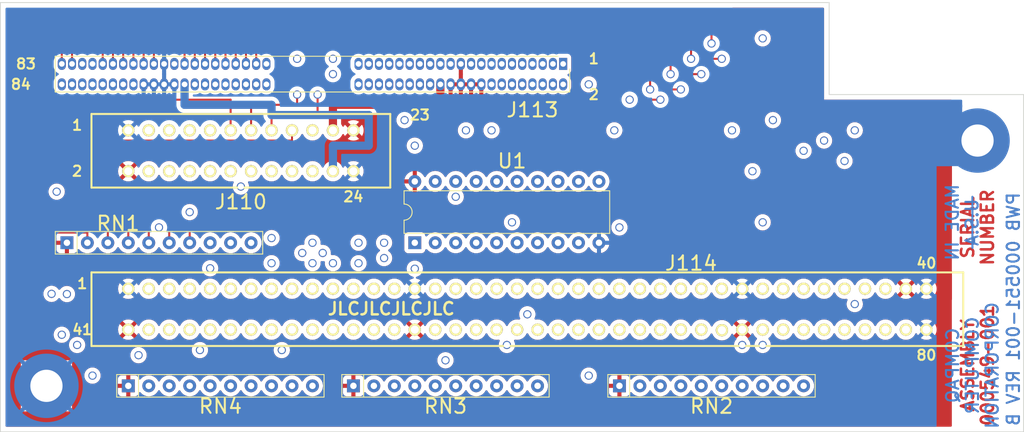
<source format=kicad_pcb>
(kicad_pcb (version 20211014) (generator pcbnew)
  (layers (0 "F.Cu" power "Front") (1 "In1.Cu" signal) (2 "In2.Cu" signal) (31 "B.Cu" power "Back") (34 "B.Paste" user) (35 "F.Paste" user) (36 "B.SilkS" user "B.Silkscreen") (37 "F.SilkS" user "F.Silkscreen") (38 "B.Mask" user) (39 "F.Mask" user) (44 "Edge.Cuts" user))
  (net 0 "")
  (net 2 "/IOW")
  (net 3 "/IOR")
  (net 4 "/MR")
  (net 5 "/MA0")
  (net 6 "/MA2")
  (net 7 "/MA4")
  (net 8 "/MA6")
  (net 9 "/MA8")
  (net 11 "/MA1")
  (net 12 "/MA3")
  (net 13 "/MA5")
  (net 14 "/MA7")
  (net 15 "/BA12")
  (net 21 "/11j113-21j114")
  (net 22 "/5j113-35j114")
  (net 23 "/31j113-34j114")
  (net 24 "/7j113-58j114")
  (net 25 "GND")
  (net 26 "+5V")
  (net 27 "/46j113-4j114")
  (net 28 "/50j113-17j114")
  (net 29 "/48j113-18j114")
  (net 30 "/84j113-56j114")
  (net 31 "/MEMODD-DP")
  (net 32 "/MEMODD-QP")
  (net 33 "/LA22")
  (net 34 "/LA18")
  (net 35 "/A16")
  (net 36 "/A14")
  (net 37 "/A10")
  (net 38 "/52j113-16j114")
  (net 39 "/56j113-19j114")
  (net 40 "/LA20")
  (net 42 "/LA23")
  (net 43 "/MEMEVEN-DP")
  (net 44 "/MEMEVEN-QP")
  (net 45 "+12V")
  (net 46 "-12V")
  (net 47 "/IO")
  (net 48 "/REFRESH")
  (net 49 "/IO_READY")
  (net 50 "/DB0")
  (net 51 "/DB7")
  (net 52 "/DB2")
  (net 53 "/DB5")
  (net 54 "/DB4")
  (net 55 "/DB3")
  (net 56 "/DB6")
  (net 57 "/DB1")
  (net 58 "/MODEM_CS")
  (net 59 "/MODEM_IRQ")
  (net 60 "/MODEM-DB0")
  (net 61 "/MODEM-DB1")
  (net 62 "/MODEM-DB2")
  (net 63 "/MODEM-DB3")
  (net 64 "/MODEM-DB4")
  (net 65 "/MODEM-DB5")
  (net 66 "/MODEM-DB6")
  (net 67 "/MODEM-DB7")
  (net 68 "/LA21")
  (net 69 "/LA17")
  (net 70 "/Speaker")
  (net 71 "/BA00")
  (net 72 "/BA01")
  (net 73 "/BA02")
  (net 74 "/D8")
  (net 75 "/D10")
  (net 76 "/D12")
  (net 77 "/D14")
  (net 78 "/D9")
  (net 79 "/D11")
  (net 80 "/D13")
  (net 81 "/D15")
  (net 82 "/A15")
  (net 83 "/BA13")
  (net 84 "/ALE")
  (net 85 "/58j113-57j114")
  (net 86 "/54j113-59j114")
  (net 87 "/LA19")
  (net 88 "/SBHE")
  (net 89 "/BA11")
  (net 90 "/44j113-?")
  (net 91 "/16j113-?")
  (net 92 "/A2")
  (footprint "Resistor_THT:R_Array_SIP10" (layer "F.Cu") (at 93.98 102.235)
    (fp_text reference "RN1" (at 6.35 -2.4) (layer "F.SilkS") (effects (font (size 1.778 1.778) (thickness 0.254))))
    (fp_text value "8.2k")
    (pad "1" thru_hole rect locked (at 0 0) (size 1.6 1.6) (drill 0.8) (layers *.Cu *.Mask) (net 26 "+5V"))
    (pad "2" thru_hole oval locked (at 2.54 0) (size 1.6 1.6) (drill 0.8) (layers *.Cu *.Mask) (net 92 "/A2"))
    (pad "3" thru_hole oval locked (at 5.08 0) (size 1.6 1.6) (drill 0.8) (layers *.Cu *.Mask) (net 42 "/LA23"))
    (pad "4" thru_hole oval locked (at 7.62 0) (size 1.6 1.6) (drill 0.8) (layers *.Cu *.Mask) (net 33 "/LA22"))
    (pad "5" thru_hole oval locked (at 10.16 0) (size 1.6 1.6) (drill 0.8) (layers *.Cu *.Mask) (net 68 "/LA21"))
    (pad "6" thru_hole oval locked (at 12.7 0) (size 1.6 1.6) (drill 0.8) (layers *.Cu *.Mask) (net 40 "/LA20"))
    (pad "7" thru_hole oval locked (at 15.24 0) (size 1.6 1.6) (drill 0.8) (layers *.Cu *.Mask) (net 87 "/LA19"))
    (pad "8" thru_hole oval locked (at 17.78 0) (size 1.6 1.6) (drill 0.8) (layers *.Cu *.Mask) (net 72 "/BA01"))
    (pad "9" thru_hole oval locked (at 20.32 0) (size 1.6 1.6) (drill 0.8) (layers *.Cu *.Mask) (net 73 "/BA02"))
    (pad "10" thru_hole oval locked (at 22.86 0) (size 1.6 1.6) (drill 0.8) (layers *.Cu *.Mask))
  )
  (footprint "raysstuff:5530843-1_oddeven" (layer "F.Cu") (at 115.57 90.805)
    (fp_text reference "J110" (at 0 6.35) (layer "F.SilkS") (effects (font (size 1.778 1.778) (thickness 0.254))))
    (fp_text value "Conn_02x12_Top_Bottom" hide)
    (pad "1" thru_hole circle (at -13.97 -2.54 180) (size 1.524 1.524) (drill 1.016) (layers *.Cu *.Mask "F.SilkS") (net 25 "GND"))
    (pad "2" thru_hole circle (at -13.97 2.54 180) (size 1.524 1.524) (drill 1.016) (layers *.Cu *.Mask "F.SilkS") (net 26 "+5V"))
    (pad "3" thru_hole circle (at -11.43 -2.54 180) (size 1.524 1.524) (drill 1.016) (layers *.Cu *.Mask "F.SilkS") (net 60 "/MODEM-DB0"))
    (pad "4" thru_hole circle (at -11.43 2.54 180) (size 1.524 1.524) (drill 1.016) (layers *.Cu *.Mask "F.SilkS") (net 61 "/MODEM-DB1"))
    (pad "5" thru_hole circle (at -8.89 -2.54 180) (size 1.524 1.524) (drill 1.016) (layers *.Cu *.Mask "F.SilkS") (net 62 "/MODEM-DB2"))
    (pad "6" thru_hole circle (at -8.89 2.54 180) (size 1.524 1.524) (drill 1.016) (layers *.Cu *.Mask "F.SilkS") (net 63 "/MODEM-DB3"))
    (pad "7" thru_hole circle (at -6.35 -2.54 180) (size 1.524 1.524) (drill 1.016) (layers *.Cu *.Mask "F.SilkS") (net 64 "/MODEM-DB4"))
    (pad "8" thru_hole circle (at -6.35 2.54 180) (size 1.524 1.524) (drill 1.016) (layers *.Cu *.Mask "F.SilkS") (net 65 "/MODEM-DB5"))
    (pad "9" thru_hole circle (at -3.81 -2.54 180) (size 1.524 1.524) (drill 1.016) (layers *.Cu *.Mask "F.SilkS") (net 66 "/MODEM-DB6"))
    (pad "10" thru_hole circle (at -3.81 2.54 180) (size 1.524 1.524) (drill 1.016) (layers *.Cu *.Mask "F.SilkS") (net 67 "/MODEM-DB7"))
    (pad "11" thru_hole circle (at -1.27 -2.54 180) (size 1.524 1.524) (drill 1.016) (layers *.Cu *.Mask "F.SilkS") (net 58 "/MODEM_CS"))
    (pad "12" thru_hole circle (at -1.27 2.54 180) (size 1.524 1.524) (drill 1.016) (layers *.Cu *.Mask "F.SilkS") (net 59 "/MODEM_IRQ"))
    (pad "13" thru_hole circle (at 1.27 -2.54 180) (size 1.524 1.524) (drill 1.016) (layers *.Cu *.Mask "F.SilkS") (net 2 "/IOW"))
    (pad "14" thru_hole circle (at 1.27 2.54 180) (size 1.524 1.524) (drill 1.016) (layers *.Cu *.Mask "F.SilkS") (net 3 "/IOR"))
    (pad "15" thru_hole circle (at 3.81 -2.54 180) (size 1.524 1.524) (drill 1.016) (layers *.Cu *.Mask "F.SilkS") (net 4 "/MR"))
    (pad "16" thru_hole circle (at 3.81 2.54 180) (size 1.524 1.524) (drill 1.016) (layers *.Cu *.Mask "F.SilkS") (net 70 "/Speaker"))
    (pad "17" thru_hole circle (at 6.35 -2.54 180) (size 1.524 1.524) (drill 1.016) (layers *.Cu *.Mask "F.SilkS") (net 71 "/BA00"))
    (pad "18" thru_hole circle (at 6.35 2.54 180) (size 1.524 1.524) (drill 1.016) (layers *.Cu *.Mask "F.SilkS") (net 72 "/BA01"))
    (pad "19" thru_hole circle (at 8.89 -2.54 180) (size 1.524 1.524) (drill 1.016) (layers *.Cu *.Mask "F.SilkS") (net 73 "/BA02"))
    (pad "20" thru_hole circle (at 8.89 2.54 180) (size 1.524 1.524) (drill 1.016) (layers *.Cu *.Mask "F.SilkS"))
    (pad "21" thru_hole circle (at 11.43 -2.54 180) (size 1.524 1.524) (drill 1.016) (layers *.Cu *.Mask "F.SilkS") (net 45 "+12V"))
    (pad "22" thru_hole circle (at 11.43 2.54 180) (size 1.524 1.524) (drill 1.016) (layers *.Cu *.Mask "F.SilkS") (net 46 "-12V"))
    (pad "23" thru_hole circle (at 13.97 -2.54 180) (size 1.524 1.524) (drill 1.016) (layers *.Cu *.Mask "F.SilkS") (net 26 "+5V"))
    (pad "24" thru_hole circle (at 13.97 2.54 180) (size 1.524 1.524) (drill 1.016) (layers *.Cu *.Mask "F.SilkS") (net 25 "GND"))
  )
  (footprint "raysstuff:PinSocket_2x42_P1.27mm_Vertical_2.54row" (layer "F.Cu") (at 124.46 81.28 -90)
    (fp_text reference "J113" (at 4.445 -27.305 180) (layer "F.SilkS") (effects (font (size 1.778 1.778) (thickness 0.254))))
    (fp_text value "Conn_02x42_Odd_Even")
    (pad "1" thru_hole rect (at -1.27 -31.115 270) (size 1.5 1) (drill 0.7) (layers *.Cu *.Mask) (net 57 "/DB1"))
    (pad "2" thru_hole oval (at 1.27 -31.115 270) (size 1.5 1) (drill 0.7) (layers *.Cu *.Mask) (net 52 "/DB2"))
    (pad "3" thru_hole oval (at -1.27 -29.845 270) (size 1.5 1) (drill 0.7) (layers *.Cu *.Mask) (net 50 "/DB0"))
    (pad "4" thru_hole oval (at 1.27 -29.845 270) (size 1.5 1) (drill 0.7) (layers *.Cu *.Mask) (net 55 "/DB3"))
    (pad "5" thru_hole oval (at -1.27 -28.575 270) (size 1.5 1) (drill 0.7) (layers *.Cu *.Mask) (net 22 "/5j113-35j114"))
    (pad "6" thru_hole oval (at 1.27 -28.575 270) (size 1.5 1) (drill 0.7) (layers *.Cu *.Mask) (net 54 "/DB4"))
    (pad "7" thru_hole oval (at -1.27 -27.305 270) (size 1.5 1) (drill 0.7) (layers *.Cu *.Mask) (net 24 "/7j113-58j114"))
    (pad "8" thru_hole oval (at 1.27 -27.305 270) (size 1.5 1) (drill 0.7) (layers *.Cu *.Mask) (net 53 "/DB5"))
    (pad "9" thru_hole oval (at -1.27 -26.035 270) (size 1.5 1) (drill 0.7) (layers *.Cu *.Mask) (net 84 "/ALE"))
    (pad "10" thru_hole oval (at 1.27 -26.035 270) (size 1.5 1) (drill 0.7) (layers *.Cu *.Mask) (net 56 "/DB6"))
    (pad "11" thru_hole oval (at -1.27 -24.765 270) (size 1.5 1) (drill 0.7) (layers *.Cu *.Mask) (net 21 "/11j113-21j114"))
    (pad "12" thru_hole oval (at 1.27 -24.765 270) (size 1.5 1) (drill 0.7) (layers *.Cu *.Mask) (net 59 "/MODEM_IRQ"))
    (pad "13" thru_hole oval (at -1.27 -23.495 270) (size 1.5 1) (drill 0.7) (layers *.Cu *.Mask) (net 73 "/BA02"))
    (pad "14" thru_hole oval (at 1.27 -23.495 270) (size 1.5 1) (drill 0.7) (layers *.Cu *.Mask) (net 51 "/DB7"))
    (pad "15" thru_hole oval (at -1.27 -22.225 270) (size 1.5 1) (drill 0.7) (layers *.Cu *.Mask) (net 31 "/MEMODD-DP"))
    (pad "16" thru_hole oval (at 1.27 -22.225 270) (size 1.5 1) (drill 0.7) (layers *.Cu *.Mask) (net 91 "/16j113-?"))
    (pad "17" thru_hole oval (at -1.27 -20.955 270) (size 1.5 1) (drill 0.7) (layers *.Cu *.Mask) (net 32 "/MEMODD-QP"))
    (pad "18" thru_hole oval (at 1.27 -20.955 270) (size 1.5 1) (drill 0.7) (layers *.Cu *.Mask) (net 26 "+5V"))
    (pad "19" thru_hole oval (at -1.27 -19.685 270) (size 1.5 1) (drill 0.7) (layers *.Cu *.Mask) (net 43 "/MEMEVEN-DP"))
    (pad "20" thru_hole oval (at 1.27 -19.685 270) (size 1.5 1) (drill 0.7) (layers *.Cu *.Mask) (net 26 "+5V"))
    (pad "21" thru_hole oval (at -1.27 -18.415 270) (size 1.5 1) (drill 0.7) (layers *.Cu *.Mask) (net 26 "+5V"))
    (pad "22" thru_hole oval (at 1.27 -18.415 270) (size 1.5 1) (drill 0.7) (layers *.Cu *.Mask) (net 26 "+5V"))
    (pad "23" thru_hole oval (at -1.27 -17.145 270) (size 1.5 1) (drill 0.7) (layers *.Cu *.Mask) (net 44 "/MEMEVEN-QP"))
    (pad "24" thru_hole oval (at 1.27 -17.145 270) (size 1.5 1) (drill 0.7) (layers *.Cu *.Mask) (net 26 "+5V"))
    (pad "25" thru_hole oval (at -1.27 -15.875 270) (size 1.5 1) (drill 0.7) (layers *.Cu *.Mask) (net 3 "/IOR"))
    (pad "26" thru_hole oval (at 1.27 -15.875 270) (size 1.5 1) (drill 0.7) (layers *.Cu *.Mask) (net 45 "+12V"))
    (pad "27" thru_hole oval (at -1.27 -14.605 270) (size 1.5 1) (drill 0.7) (layers *.Cu *.Mask) (net 2 "/IOW"))
    (pad "28" thru_hole oval (at 1.27 -14.605 270) (size 1.5 1) (drill 0.7) (layers *.Cu *.Mask) (net 5 "/MA0"))
    (pad "29" thru_hole oval (at -1.27 -13.335 270) (size 1.5 1) (drill 0.7) (layers *.Cu *.Mask) (net 4 "/MR"))
    (pad "30" thru_hole oval (at 1.27 -13.335 270) (size 1.5 1) (drill 0.7) (layers *.Cu *.Mask) (net 11 "/MA1"))
    (pad "31" thru_hole oval (at -1.27 -12.065 270) (size 1.5 1) (drill 0.7) (layers *.Cu *.Mask) (net 23 "/31j113-34j114"))
    (pad "32" thru_hole oval (at 1.27 -12.065 270) (size 1.5 1) (drill 0.7) (layers *.Cu *.Mask) (net 6 "/MA2"))
    (pad "33" thru_hole oval (at -1.27 -10.795 270) (size 1.5 1) (drill 0.7) (layers *.Cu *.Mask) (net 72 "/BA01"))
    (pad "34" thru_hole oval (at 1.27 -10.795 270) (size 1.5 1) (drill 0.7) (layers *.Cu *.Mask) (net 12 "/MA3"))
    (pad "35" thru_hole oval (at -1.27 -9.525 270) (size 1.5 1) (drill 0.7) (layers *.Cu *.Mask) (net 37 "/A10"))
    (pad "36" thru_hole oval (at 1.27 -9.525 270) (size 1.5 1) (drill 0.7) (layers *.Cu *.Mask) (net 7 "/MA4"))
    (pad "37" thru_hole oval (at -1.27 -8.255 270) (size 1.5 1) (drill 0.7) (layers *.Cu *.Mask) (net 9 "/MA8"))
    (pad "38" thru_hole oval (at 1.27 -8.255 270) (size 1.5 1) (drill 0.7) (layers *.Cu *.Mask) (net 13 "/MA5"))
    (pad "39" thru_hole oval (at -1.27 -6.985 270) (size 1.5 1) (drill 0.7) (layers *.Cu *.Mask) (net 14 "/MA7"))
    (pad "40" thru_hole oval (at 1.27 -6.985 270) (size 1.5 1) (drill 0.7) (layers *.Cu *.Mask) (net 8 "/MA6"))
    (pad "41" thru_hole oval (at -1.27 -5.715 270) (size 1.5 1) (drill 0.7) (layers *.Cu *.Mask) (net 83 "/BA13"))
    (pad "42" thru_hole oval (at 1.27 -5.715 270) (size 1.5 1) (drill 0.7) (layers *.Cu *.Mask) (net 15 "/BA12"))
    (pad "43" thru_hole oval (at -1.27 5.715 270) (size 1.5 1) (drill 0.7) (layers *.Cu *.Mask) (net 89 "/BA11"))
    (pad "44" thru_hole oval (at 1.27 5.715 270) (size 1.5 1) (drill 0.7) (layers *.Cu *.Mask) (net 90 "/44j113-?"))
    (pad "45" thru_hole oval (at -1.27 6.985 270) (size 1.5 1) (drill 0.7) (layers *.Cu *.Mask) (net 74 "/D8"))
    (pad "46" thru_hole oval (at 1.27 6.985 270) (size 1.5 1) (drill 0.7) (layers *.Cu *.Mask) (net 27 "/46j113-4j114"))
    (pad "47" thru_hole oval (at -1.27 8.255 270) (size 1.5 1) (drill 0.7) (layers *.Cu *.Mask) (net 78 "/D9"))
    (pad "48" thru_hole oval (at 1.27 8.255 270) (size 1.5 1) (drill 0.7) (layers *.Cu *.Mask) (net 29 "/48j113-18j114"))
    (pad "49" thru_hole oval (at -1.27 9.525 270) (size 1.5 1) (drill 0.7) (layers *.Cu *.Mask) (net 75 "/D10"))
    (pad "50" thru_hole oval (at 1.27 9.525 270) (size 1.5 1) (drill 0.7) (layers *.Cu *.Mask) (net 28 "/50j113-17j114"))
    (pad "51" thru_hole oval (at -1.27 10.795 270) (size 1.5 1) (drill 0.7) (layers *.Cu *.Mask) (net 79 "/D11"))
    (pad "52" thru_hole oval (at 1.27 10.795 270) (size 1.5 1) (drill 0.7) (layers *.Cu *.Mask) (net 38 "/52j113-16j114"))
    (pad "53" thru_hole oval (at -1.27 12.065 270) (size 1.5 1) (drill 0.7) (layers *.Cu *.Mask) (net 76 "/D12"))
    (pad "54" thru_hole oval (at 1.27 12.065 270) (size 1.5 1) (drill 0.7) (layers *.Cu *.Mask) (net 86 "/54j113-59j114"))
    (pad "55" thru_hole oval (at -1.27 13.335 270) (size 1.5 1) (drill 0.7) (layers *.Cu *.Mask) (net 80 "/D13"))
    (pad "56" thru_hole oval (at 1.27 13.335 270) (size 1.5 1) (drill 0.7) (layers *.Cu *.Mask) (net 39 "/56j113-19j114"))
    (pad "57" thru_hole oval (at -1.27 14.605 270) (size 1.5 1) (drill 0.7) (layers *.Cu *.Mask) (net 77 "/D14"))
    (pad "58" thru_hole oval (at 1.27 14.605 270) (size 1.5 1) (drill 0.7) (layers *.Cu *.Mask) (net 85 "/58j113-57j114"))
    (pad "59" thru_hole oval (at -1.27 15.875 270) (size 1.5 1) (drill 0.7) (layers *.Cu *.Mask) (net 81 "/D15"))
    (pad "60" thru_hole oval (at 1.27 15.875 270) (size 1.5 1) (drill 0.7) (layers *.Cu *.Mask) (net 46 "-12V"))
    (pad "61" thru_hole oval (at -1.27 17.145 270) (size 1.5 1) (drill 0.7) (layers *.Cu *.Mask) (net 70 "/Speaker"))
    (pad "62" thru_hole oval (at 1.27 17.145 270) (size 1.5 1) (drill 0.7) (layers *.Cu *.Mask) (net 25 "GND"))
    (pad "63" thru_hole oval (at -1.27 18.415 270) (size 1.5 1) (drill 0.7) (layers *.Cu *.Mask) (net 25 "GND"))
    (pad "64" thru_hole oval (at 1.27 18.415 270) (size 1.5 1) (drill 0.7) (layers *.Cu *.Mask) (net 25 "GND"))
    (pad "65" thru_hole oval (at -1.27 19.685 270) (size 1.5 1) (drill 0.7) (layers *.Cu *.Mask) (net 92 "/A2"))
    (pad "66" thru_hole oval (at 1.27 19.685 270) (size 1.5 1) (drill 0.7) (layers *.Cu *.Mask) (net 25 "GND"))
    (pad "67" thru_hole oval (at -1.27 20.955 270) (size 1.5 1) (drill 0.7) (layers *.Cu *.Mask) (net 42 "/LA23"))
    (pad "68" thru_hole oval (at 1.27 20.955 270) (size 1.5 1) (drill 0.7) (layers *.Cu *.Mask) (net 25 "GND"))
    (pad "69" thru_hole oval (at -1.27 22.225 270) (size 1.5 1) (drill 0.7) (layers *.Cu *.Mask) (net 33 "/LA22"))
    (pad "70" thru_hole oval (at 1.27 22.225 270) (size 1.5 1) (drill 0.7) (layers *.Cu *.Mask) (net 35 "/A16"))
    (pad "71" thru_hole oval (at -1.27 23.495 270) (size 1.5 1) (drill 0.7) (layers *.Cu *.Mask) (net 68 "/LA21"))
    (pad "72" thru_hole oval (at 1.27 23.495 270) (size 1.5 1) (drill 0.7) (layers *.Cu *.Mask) (net 82 "/A15"))
    (pad "73" thru_hole oval (at -1.27 24.765 270) (size 1.5 1) (drill 0.7) (layers *.Cu *.Mask) (net 40 "/LA20"))
    (pad "74" thru_hole oval (at 1.27 24.765 270) (size 1.5 1) (drill 0.7) (layers *.Cu *.Mask) (net 36 "/A14"))
    (pad "75" thru_hole oval (at -1.27 26.035 270) (size 1.5 1) (drill 0.7) (layers *.Cu *.Mask) (net 87 "/LA19"))
    (pad "76" thru_hole oval (at 1.27 26.035 270) (size 1.5 1) (drill 0.7) (layers *.Cu *.Mask) (net 48 "/REFRESH"))
    (pad "77" thru_hole oval (at -1.27 27.305 270) (size 1.5 1) (drill 0.7) (layers *.Cu *.Mask) (net 34 "/LA18"))
    (pad "78" thru_hole oval (at 1.27 27.305 270) (size 1.5 1) (drill 0.7) (layers *.Cu *.Mask) (net 88 "/SBHE"))
    (pad "79" thru_hole oval (at -1.27 28.575 270) (size 1.5 1) (drill 0.7) (layers *.Cu *.Mask) (net 69 "/LA17"))
    (pad "80" thru_hole oval (at 1.27 28.575 270) (size 1.5 1) (drill 0.7) (layers *.Cu *.Mask) (net 49 "/IO_READY"))
    (pad "81" thru_hole oval (at -1.27 29.845 270) (size 1.5 1) (drill 0.7) (layers *.Cu *.Mask) (net 71 "/BA00"))
    (pad "82" thru_hole oval (at 1.27 29.845 270) (size 1.5 1) (drill 0.7) (layers *.Cu *.Mask) (net 47 "/IO"))
    (pad "83" thru_hole oval (at -1.27 31.115 270) (size 1.5 1) (drill 0.7) (layers *.Cu *.Mask) (net 58 "/MODEM_CS"))
    (pad "84" thru_hole oval (at 1.27 31.115 270) (size 1.5 1) (drill 0.7) (layers *.Cu *.Mask) (net 30 "/84j113-56j114"))
  )
  (footprint "Resistor_THT:R_Array_SIP10" (layer "F.Cu") (at 129.54 120.015)
    (fp_text reference "RN3" (at 11.43 2.54) (layer "F.SilkS") (effects (font (size 1.778 1.778) (thickness 0.254))))
    (fp_text value "8.2k")
    (pad "1" thru_hole rect locked (at 0 0) (size 1.6 1.6) (drill 0.8) (layers *.Cu *.Mask) (net 26 "+5V"))
    (pad "2" thru_hole oval locked (at 2.54 0) (size 1.6 1.6) (drill 0.8) (layers *.Cu *.Mask) (net 5 "/MA0"))
    (pad "3" thru_hole oval locked (at 5.08 0) (size 1.6 1.6) (drill 0.8) (layers *.Cu *.Mask) (net 6 "/MA2"))
    (pad "4" thru_hole oval locked (at 7.62 0) (size 1.6 1.6) (drill 0.8) (layers *.Cu *.Mask) (net 7 "/MA4"))
    (pad "5" thru_hole oval locked (at 10.16 0) (size 1.6 1.6) (drill 0.8) (layers *.Cu *.Mask) (net 8 "/MA6"))
    (pad "6" thru_hole oval locked (at 12.7 0) (size 1.6 1.6) (drill 0.8) (layers *.Cu *.Mask) (net 9 "/MA8"))
    (pad "7" thru_hole oval locked (at 15.24 0) (size 1.6 1.6) (drill 0.8) (layers *.Cu *.Mask) (net 11 "/MA1"))
    (pad "8" thru_hole oval locked (at 17.78 0) (size 1.6 1.6) (drill 0.8) (layers *.Cu *.Mask) (net 12 "/MA3"))
    (pad "9" thru_hole oval locked (at 20.32 0) (size 1.6 1.6) (drill 0.8) (layers *.Cu *.Mask) (net 13 "/MA5"))
    (pad "10" thru_hole oval locked (at 22.86 0) (size 1.6 1.6) (drill 0.8) (layers *.Cu *.Mask) (net 14 "/MA7"))
  )
  (footprint "Resistor_THT:R_Array_SIP10" (layer "F.Cu") (at 162.56 120.015)
    (fp_text reference "RN2" (at 11.43 2.54) (layer "F.SilkS") (effects (font (size 1.778 1.778) (thickness 0.254))))
    (fp_text value "8.2k")
    (pad "1" thru_hole rect locked (at 0 0) (size 1.6 1.6) (drill 0.8) (layers *.Cu *.Mask) (net 26 "+5V"))
    (pad "2" thru_hole oval locked (at 2.54 0) (size 1.6 1.6) (drill 0.8) (layers *.Cu *.Mask) (net 37 "/A10"))
    (pad "3" thru_hole oval locked (at 5.08 0) (size 1.6 1.6) (drill 0.8) (layers *.Cu *.Mask) (net 78 "/D9"))
    (pad "4" thru_hole oval locked (at 7.62 0) (size 1.6 1.6) (drill 0.8) (layers *.Cu *.Mask) (net 74 "/D8"))
    (pad "5" thru_hole oval locked (at 10.16 0) (size 1.6 1.6) (drill 0.8) (layers *.Cu *.Mask) (net 79 "/D11"))
    (pad "6" thru_hole oval locked (at 12.7 0) (size 1.6 1.6) (drill 0.8) (layers *.Cu *.Mask) (net 75 "/D10"))
    (pad "7" thru_hole oval locked (at 15.24 0) (size 1.6 1.6) (drill 0.8) (layers *.Cu *.Mask) (net 80 "/D13"))
    (pad "8" thru_hole oval locked (at 17.78 0) (size 1.6 1.6) (drill 0.8) (layers *.Cu *.Mask) (net 76 "/D12"))
    (pad "9" thru_hole oval locked (at 20.32 0) (size 1.6 1.6) (drill 0.8) (layers *.Cu *.Mask) (net 81 "/D15"))
    (pad "10" thru_hole oval locked (at 22.86 0) (size 1.6 1.6) (drill 0.8) (layers *.Cu *.Mask) (net 77 "/D14"))
  )
  (footprint "Resistor_THT:R_Array_SIP10" (layer "F.Cu") (at 101.6 120.015)
    (fp_text reference "RN4" (at 11.43 2.54) (layer "F.SilkS") (effects (font (size 1.778 1.778) (thickness 0.254))))
    (fp_text value "8.2k")
    (pad "1" thru_hole rect locked (at 0 0) (size 1.6 1.6) (drill 0.8) (layers *.Cu *.Mask) (net 26 "+5V"))
    (pad "2" thru_hole oval locked (at 2.54 0) (size 1.6 1.6) (drill 0.8) (layers *.Cu *.Mask) (net 89 "/BA11"))
    (pad "3" thru_hole oval locked (at 5.08 0) (size 1.6 1.6) (drill 0.8) (layers *.Cu *.Mask) (net 34 "/LA18"))
    (pad "4" thru_hole oval locked (at 7.62 0) (size 1.6 1.6) (drill 0.8) (layers *.Cu *.Mask) (net 69 "/LA17"))
    (pad "5" thru_hole oval locked (at 10.16 0) (size 1.6 1.6) (drill 0.8) (layers *.Cu *.Mask) (net 35 "/A16"))
    (pad "6" thru_hole oval locked (at 12.7 0) (size 1.6 1.6) (drill 0.8) (layers *.Cu *.Mask) (net 82 "/A15"))
    (pad "7" thru_hole oval locked (at 15.24 0) (size 1.6 1.6) (drill 0.8) (layers *.Cu *.Mask) (net 36 "/A14"))
    (pad "8" thru_hole oval locked (at 17.78 0) (size 1.6 1.6) (drill 0.8) (layers *.Cu *.Mask) (net 83 "/BA13"))
    (pad "9" thru_hole oval locked (at 20.32 0) (size 1.6 1.6) (drill 0.8) (layers *.Cu *.Mask) (net 71 "/BA00"))
    (pad "10" thru_hole oval locked (at 22.86 0) (size 1.6 1.6) (drill 0.8) (layers *.Cu *.Mask) (net 15 "/BA12"))
  )
  (footprint "Package_DIP:DIP-20_W7.62mm" (layer "F.Cu") (at 137.16 102.235 90)
    (fp_text reference "U1" (at 10.16 12.065 180) (layer "F.SilkS") (effects (font (size 1.778 1.778) (thickness 0.254))))
    (fp_text value "74LS245")
    (pad "1" thru_hole rect locked (at 0 0 90) (size 1.6 1.6) (drill 0.8) (layers *.Cu *.Mask) (net 3 "/IOR"))
    (pad "2" thru_hole oval locked (at 0 2.54 90) (size 1.6 1.6) (drill 0.8) (layers *.Cu *.Mask) (net 50 "/DB0"))
    (pad "3" thru_hole oval locked (at 0 5.08 90) (size 1.6 1.6) (drill 0.8) (layers *.Cu *.Mask) (net 51 "/DB7"))
    (pad "4" thru_hole oval locked (at 0 7.62 90) (size 1.6 1.6) (drill 0.8) (layers *.Cu *.Mask) (net 52 "/DB2"))
    (pad "5" thru_hole oval locked (at 0 10.16 90) (size 1.6 1.6) (drill 0.8) (layers *.Cu *.Mask) (net 53 "/DB5"))
    (pad "6" thru_hole oval locked (at 0 12.7 90) (size 1.6 1.6) (drill 0.8) (layers *.Cu *.Mask) (net 54 "/DB4"))
    (pad "7" thru_hole oval locked (at 0 15.24 90) (size 1.6 1.6) (drill 0.8) (layers *.Cu *.Mask) (net 55 "/DB3"))
    (pad "8" thru_hole oval locked (at 0 17.78 90) (size 1.6 1.6) (drill 0.8) (layers *.Cu *.Mask) (net 56 "/DB6"))
    (pad "9" thru_hole oval locked (at 0 20.32 90) (size 1.6 1.6) (drill 0.8) (layers *.Cu *.Mask) (net 57 "/DB1"))
    (pad "10" thru_hole oval locked (at 0 22.86 90) (size 1.6 1.6) (drill 0.8) (layers *.Cu *.Mask) (net 25 "GND"))
    (pad "11" thru_hole oval locked (at 7.62 22.86 90) (size 1.6 1.6) (drill 0.8) (layers *.Cu *.Mask) (net 61 "/MODEM-DB1"))
    (pad "12" thru_hole oval locked (at 7.62 20.32 90) (size 1.6 1.6) (drill 0.8) (layers *.Cu *.Mask) (net 66 "/MODEM-DB6"))
    (pad "13" thru_hole oval locked (at 7.62 17.78 90) (size 1.6 1.6) (drill 0.8) (layers *.Cu *.Mask) (net 63 "/MODEM-DB3"))
    (pad "14" thru_hole oval locked (at 7.62 15.24 90) (size 1.6 1.6) (drill 0.8) (layers *.Cu *.Mask) (net 64 "/MODEM-DB4"))
    (pad "15" thru_hole oval locked (at 7.62 12.7 90) (size 1.6 1.6) (drill 0.8) (layers *.Cu *.Mask) (net 65 "/MODEM-DB5"))
    (pad "16" thru_hole oval locked (at 7.62 10.16 90) (size 1.6 1.6) (drill 0.8) (layers *.Cu *.Mask) (net 62 "/MODEM-DB2"))
    (pad "17" thru_hole oval locked (at 7.62 7.62 90) (size 1.6 1.6) (drill 0.8) (layers *.Cu *.Mask) (net 67 "/MODEM-DB7"))
    (pad "18" thru_hole oval locked (at 7.62 5.08 90) (size 1.6 1.6) (drill 0.8) (layers *.Cu *.Mask) (net 60 "/MODEM-DB0"))
    (pad "19" thru_hole oval locked (at 7.62 2.54 90) (size 1.6 1.6) (drill 0.8) (layers *.Cu *.Mask) (net 58 "/MODEM_CS"))
    (pad "20" thru_hole oval locked (at 7.62 0 90) (size 1.6 1.6) (drill 0.8) (layers *.Cu *.Mask) (net 26 "+5V"))
  )
  (footprint "raysstuff:2-5530843-0_mirror" (layer "F.Cu") (at 151.13 110.49)
    (fp_text reference "J114" (at 20.32 -5.715) (layer "F.SilkS") (effects (font (size 1.778 1.778) (thickness 0.254))))
    (fp_text value "Conn_02x40_Counter_Clockwise" hide)
    (pad "1" thru_hole circle (at -49.53 -2.54 180) (size 1.524 1.524) (drill 1.016) (layers *.Cu *.Mask "F.SilkS") (net 25 "GND"))
    (pad "2" thru_hole circle (at -46.99 -2.54 180) (size 1.524 1.524) (drill 1.016) (layers *.Cu *.Mask "F.SilkS") (net 31 "/MEMODD-DP"))
    (pad "3" thru_hole circle (at -44.45 -2.54 180) (size 1.524 1.524) (drill 1.016) (layers *.Cu *.Mask "F.SilkS") (net 32 "/MEMODD-QP"))
    (pad "4" thru_hole circle (at -41.91 -2.54 180) (size 1.524 1.524) (drill 1.016) (layers *.Cu *.Mask "F.SilkS") (net 27 "/46j113-4j114"))
    (pad "5" thru_hole circle (at -39.37 -2.54 180) (size 1.524 1.524) (drill 1.016) (layers *.Cu *.Mask "F.SilkS") (net 33 "/LA22"))
    (pad "6" thru_hole circle (at -36.83 -2.54 180) (size 1.524 1.524) (drill 1.016) (layers *.Cu *.Mask "F.SilkS") (net 34 "/LA18"))
    (pad "7" thru_hole circle (at -34.29 -2.54 180) (size 1.524 1.524) (drill 1.016) (layers *.Cu *.Mask "F.SilkS") (net 35 "/A16"))
    (pad "8" thru_hole circle (at -31.75 -2.54 180) (size 1.524 1.524) (drill 1.016) (layers *.Cu *.Mask "F.SilkS") (net 36 "/A14"))
    (pad "9" thru_hole circle (at -29.21 -2.54 180) (size 1.524 1.524) (drill 1.016) (layers *.Cu *.Mask "F.SilkS") (net 37 "/A10"))
    (pad "10" thru_hole circle (at -26.67 -2.54 180) (size 1.524 1.524) (drill 1.016) (layers *.Cu *.Mask "F.SilkS") (net 5 "/MA0"))
    (pad "11" thru_hole circle (at -24.13 -2.54 180) (size 1.524 1.524) (drill 1.016) (layers *.Cu *.Mask "F.SilkS") (net 6 "/MA2"))
    (pad "12" thru_hole circle (at -21.59 -2.54 180) (size 1.524 1.524) (drill 1.016) (layers *.Cu *.Mask "F.SilkS") (net 7 "/MA4"))
    (pad "13" thru_hole circle (at -19.05 -2.54 180) (size 1.524 1.524) (drill 1.016) (layers *.Cu *.Mask "F.SilkS") (net 8 "/MA6"))
    (pad "14" thru_hole circle (at -16.51 -2.54 180) (size 1.524 1.524) (drill 1.016) (layers *.Cu *.Mask "F.SilkS") (net 9 "/MA8"))
    (pad "15" thru_hole circle (at -13.97 -2.54 180) (size 1.524 1.524) (drill 1.016) (layers *.Cu *.Mask "F.SilkS") (net 25 "GND"))
    (pad "16" thru_hole circle (at -11.43 -2.54 180) (size 1.524 1.524) (drill 1.016) (layers *.Cu *.Mask "F.SilkS") (net 38 "/52j113-16j114"))
    (pad "17" thru_hole circle (at -8.89 -2.54 180) (size 1.524 1.524) (drill 1.016) (layers *.Cu *.Mask "F.SilkS") (net 28 "/50j113-17j114"))
    (pad "18" thru_hole circle (at -6.35 -2.54 180) (size 1.524 1.524) (drill 1.016) (layers *.Cu *.Mask "F.SilkS") (net 29 "/48j113-18j114"))
    (pad "19" thru_hole circle (at -3.81 -2.54 180) (size 1.524 1.524) (drill 1.016) (layers *.Cu *.Mask "F.SilkS") (net 39 "/56j113-19j114"))
    (pad "20" thru_hole circle (at -1.27 -2.54 180) (size 1.524 1.524) (drill 1.016) (layers *.Cu *.Mask "F.SilkS") (net 40 "/LA20"))
    (pad "21" thru_hole circle (at 1.27 -2.54 180) (size 1.524 1.524) (drill 1.016) (layers *.Cu *.Mask "F.SilkS") (net 21 "/11j113-21j114"))
    (pad "22" thru_hole circle (at 3.81 -2.54 180) (size 1.524 1.524) (drill 1.016) (layers *.Cu *.Mask "F.SilkS"))
    (pad "23" thru_hole circle (at 6.35 -2.54 180) (size 1.524 1.524) (drill 1.016) (layers *.Cu *.Mask "F.SilkS") (net 50 "/DB0"))
    (pad "24" thru_hole circle (at 8.89 -2.54 180) (size 1.524 1.524) (drill 1.016) (layers *.Cu *.Mask "F.SilkS") (net 52 "/DB2"))
    (pad "25" thru_hole circle (at 11.43 -2.54 180) (size 1.524 1.524) (drill 1.016) (layers *.Cu *.Mask "F.SilkS") (net 54 "/DB4"))
    (pad "26" thru_hole circle (at 13.97 -2.54 180) (size 1.524 1.524) (drill 1.016) (layers *.Cu *.Mask "F.SilkS") (net 56 "/DB6"))
    (pad "27" thru_hole circle (at 16.51 -2.54 180) (size 1.524 1.524) (drill 1.016) (layers *.Cu *.Mask "F.SilkS") (net 74 "/D8"))
    (pad "28" thru_hole circle (at 19.05 -2.54 180) (size 1.524 1.524) (drill 1.016) (layers *.Cu *.Mask "F.SilkS") (net 75 "/D10"))
    (pad "29" thru_hole circle (at 21.59 -2.54 180) (size 1.524 1.524) (drill 1.016) (layers *.Cu *.Mask "F.SilkS") (net 76 "/D12"))
    (pad "30" thru_hole circle (at 24.13 -2.54 180) (size 1.524 1.524) (drill 1.016) (layers *.Cu *.Mask "F.SilkS") (net 77 "/D14"))
    (pad "31" thru_hole circle (at 26.67 -2.54 180) (size 1.524 1.524) (drill 1.016) (layers *.Cu *.Mask "F.SilkS") (net 25 "GND"))
    (pad "32" thru_hole circle (at 29.21 -2.54 180) (size 1.524 1.524) (drill 1.016) (layers *.Cu *.Mask "F.SilkS") (net 3 "/IOR"))
    (pad "33" thru_hole circle (at 31.75 -2.54 180) (size 1.524 1.524) (drill 1.016) (layers *.Cu *.Mask "F.SilkS") (net 47 "/IO"))
    (pad "34" thru_hole circle (at 34.29 -2.54 180) (size 1.524 1.524) (drill 1.016) (layers *.Cu *.Mask "F.SilkS") (net 23 "/31j113-34j114"))
    (pad "35" thru_hole circle (at 36.83 -2.54 180) (size 1.524 1.524) (drill 1.016) (layers *.Cu *.Mask "F.SilkS") (net 22 "/5j113-35j114"))
    (pad "36" thru_hole circle (at 39.37 -2.54 180) (size 1.524 1.524) (drill 1.016) (layers *.Cu *.Mask "F.SilkS") (net 4 "/MR"))
    (pad "37" thru_hole circle (at 41.91 -2.54 180) (size 1.524 1.524) (drill 1.016) (layers *.Cu *.Mask "F.SilkS"))
    (pad "38" thru_hole circle (at 44.45 -2.54 180) (size 1.524 1.524) (drill 1.016) (layers *.Cu *.Mask "F.SilkS") (net 92 "/A2"))
    (pad "39" thru_hole circle (at 46.99 -2.54 180) (size 1.524 1.524) (drill 1.016) (layers *.Cu *.Mask "F.SilkS") (net 26 "+5V"))
    (pad "40" thru_hole circle (at 49.53 -2.54 180) (size 1.524 1.524) (drill 1.016) (layers *.Cu *.Mask "F.SilkS") (net 25 "GND"))
    (pad "41" thru_hole circle (at -49.53 2.54 180) (size 1.524 1.524) (drill 1.016) (layers *.Cu *.Mask "F.SilkS") (net 26 "+5V"))
    (pad "42" thru_hole circle (at -46.99 2.54 180) (size 1.524 1.524) (drill 1.016) (layers *.Cu *.Mask "F.SilkS") (net 43 "/MEMEVEN-DP"))
    (pad "43" thru_hole circle (at -44.45 2.54 180) (size 1.524 1.524) (drill 1.016) (layers *.Cu *.Mask "F.SilkS") (net 44 "/MEMEVEN-QP"))
    (pad "44" thru_hole circle (at -41.91 2.54 180) (size 1.524 1.524) (drill 1.016) (layers *.Cu *.Mask "F.SilkS") (net 42 "/LA23"))
    (pad "45" thru_hole circle (at -39.37 2.54 180) (size 1.524 1.524) (drill 1.016) (layers *.Cu *.Mask "F.SilkS") (net 68 "/LA21"))
    (pad "46" thru_hole circle (at -36.83 2.54 180) (size 1.524 1.524) (drill 1.016) (layers *.Cu *.Mask "F.SilkS") (net 69 "/LA17"))
    (pad "47" thru_hole circle (at -34.29 2.54 180) (size 1.524 1.524) (drill 1.016) (layers *.Cu *.Mask "F.SilkS") (net 82 "/A15"))
    (pad "48" thru_hole circle (at -31.75 2.54 180) (size 1.524 1.524) (drill 1.016) (layers *.Cu *.Mask "F.SilkS") (net 83 "/BA13"))
    (pad "49" thru_hole circle (at -29.21 2.54 180) (size 1.524 1.524) (drill 1.016) (layers *.Cu *.Mask "F.SilkS") (net 71 "/BA00"))
    (pad "50" thru_hole circle (at -26.67 2.54 180) (size 1.524 1.524) (drill 1.016) (layers *.Cu *.Mask "F.SilkS") (net 11 "/MA1"))
    (pad "51" thru_hole circle (at -24.13 2.54 180) (size 1.524 1.524) (drill 1.016) (layers *.Cu *.Mask "F.SilkS") (net 12 "/MA3"))
    (pad "52" thru_hole circle (at -21.59 2.54 180) (size 1.524 1.524) (drill 1.016) (layers *.Cu *.Mask "F.SilkS") (net 13 "/MA5"))
    (pad "53" thru_hole circle (at -19.05 2.54 180) (size 1.524 1.524) (drill 1.016) (layers *.Cu *.Mask "F.SilkS") (net 14 "/MA7"))
    (pad "54" thru_hole circle (at -16.51 2.54 180) (size 1.524 1.524) (drill 1.016) (layers *.Cu *.Mask "F.SilkS") (net 84 "/ALE"))
    (pad "55" thru_hole circle (at -13.97 2.54 180) (size 1.524 1.524) (drill 1.016) (layers *.Cu *.Mask "F.SilkS") (net 26 "+5V"))
    (pad "56" thru_hole circle (at -11.43 2.54 180) (size 1.524 1.524) (drill 1.016) (layers *.Cu *.Mask "F.SilkS") (net 30 "/84j113-56j114"))
    (pad "57" thru_hole circle (at -8.89 2.54 180) (size 1.524 1.524) (drill 1.016) (layers *.Cu *.Mask "F.SilkS") (net 85 "/58j113-57j114"))
    (pad "58" thru_hole circle (at -6.35 2.54 180) (size 1.524 1.524) (drill 1.016) (layers *.Cu *.Mask "F.SilkS") (net 24 "/7j113-58j114"))
    (pad "59" thru_hole circle (at -3.81 2.54 180) (size 1.524 1.524) (drill 1.016) (layers *.Cu *.Mask "F.SilkS") (net 86 "/54j113-59j114"))
    (pad "60" thru_hole circle (at -1.27 2.54 180) (size 1.524 1.524) (drill 1.016) (layers *.Cu *.Mask "F.SilkS") (net 87 "/LA19"))
    (pad "61" thru_hole circle (at 1.27 2.54 180) (size 1.524 1.524) (drill 1.016) (layers *.Cu *.Mask "F.SilkS") (net 48 "/REFRESH"))
    (pad "62" thru_hole circle (at 3.81 2.54 180) (size 1.524 1.524) (drill 1.016) (layers *.Cu *.Mask "F.SilkS"))
    (pad "63" thru_hole circle (at 6.35 2.54 180) (size 1.524 1.524) (drill 1.016) (layers *.Cu *.Mask "F.SilkS") (net 57 "/DB1"))
    (pad "64" thru_hole circle (at 8.89 2.54 180) (size 1.524 1.524) (drill 1.016) (layers *.Cu *.Mask "F.SilkS") (net 55 "/DB3"))
    (pad "65" thru_hole circle (at 11.43 2.54 180) (size 1.524 1.524) (drill 1.016) (layers *.Cu *.Mask "F.SilkS") (net 53 "/DB5"))
    (pad "66" thru_hole circle (at 13.97 2.54 180) (size 1.524 1.524) (drill 1.016) (layers *.Cu *.Mask "F.SilkS") (net 51 "/DB7"))
    (pad "67" thru_hole circle (at 16.51 2.54 180) (size 1.524 1.524) (drill 1.016) (layers *.Cu *.Mask "F.SilkS") (net 78 "/D9"))
    (pad "68" thru_hole circle (at 19.05 2.54 180) (size 1.524 1.524) (drill 1.016) (layers *.Cu *.Mask "F.SilkS") (net 79 "/D11"))
    (pad "69" thru_hole circle (at 21.59 2.54 180) (size 1.524 1.524) (drill 1.016) (layers *.Cu *.Mask "F.SilkS") (net 80 "/D13"))
    (pad "70" thru_hole circle (at 24.152238 2.612193 180) (size 1.524 1.524) (drill 1.016) (layers *.Cu *.Mask "F.SilkS") (net 81 "/D15"))
    (pad "71" thru_hole circle (at 26.67 2.54 180) (size 1.524 1.524) (drill 1.016) (layers *.Cu *.Mask "F.SilkS") (net 26 "+5V"))
    (pad "72" thru_hole circle (at 29.21 2.54 180) (size 1.524 1.524) (drill 1.016) (layers *.Cu *.Mask "F.SilkS") (net 2 "/IOW"))
    (pad "73" thru_hole circle (at 31.75 2.54 180) (size 1.524 1.524) (drill 1.016) (layers *.Cu *.Mask "F.SilkS") (net 15 "/BA12"))
    (pad "74" thru_hole circle (at 34.29 2.54 180) (size 1.524 1.524) (drill 1.016) (layers *.Cu *.Mask "F.SilkS") (net 49 "/IO_READY"))
    (pad "75" thru_hole circle (at 36.83 2.54 180) (size 1.524 1.524) (drill 1.016) (layers *.Cu *.Mask "F.SilkS") (net 88 "/SBHE"))
    (pad "76" thru_hole circle (at 39.37 2.54 180) (size 1.524 1.524) (drill 1.016) (layers *.Cu *.Mask "F.SilkS"))
    (pad "77" thru_hole circle (at 41.91 2.54 180) (size 1.524 1.524) (drill 1.016) (layers *.Cu *.Mask "F.SilkS"))
    (pad "78" thru_hole circle (at 44.45 2.54 180) (size 1.524 1.524) (drill 1.016) (layers *.Cu *.Mask "F.SilkS") (net 89 "/BA11"))
    (pad "79" thru_hole circle (at 46.99 2.54 180) (size 1.524 1.524) (drill 1.016) (layers *.Cu *.Mask "F.SilkS"))
    (pad "80" thru_hole circle (at 49.53 2.54 180) (size 1.524 1.524) (drill 1.016) (layers *.Cu *.Mask "F.SilkS") (net 25 "GND"))
  )
  (footprint "MountingHole:MountingHole_4mm_Pad_TopOnly" (layer "B.Cu") (at 207.01 89.535 180)
    (fp_text reference "H2" hide)
    (fp_text value "MountingHole_Pad")
    (pad "1" connect circle (at 0 0 180) (size 8 8) (layers "B.Cu" "B.Mask") (net 25 "GND"))
    (pad "1" thru_hole circle (at 0 0 180) (size 4.4 4.4) (drill 4) (layers *.Cu *.Mask) (net 25 "GND"))
  )
  (footprint "MountingHole:MountingHole_4mm_Pad_TopOnly" (layer "B.Cu") (at 91.44 120.015 180)
    (fp_text reference "H1" hide)
    (fp_text value "MountingHole_Pad")
    (pad "1" thru_hole circle (at 0 0 180) (size 4.4 4.4) (drill 4) (layers *.Cu *.Mask) (net 25 "GND"))
    (pad "1" connect circle (at 0 0 180) (size 8 8) (layers "B.Cu" "B.Mask") (net 25 "GND"))
  )
  (gr_line (start 206.375 96.52) (end 206.375 102.87) (layer "B.Cu") (width 0.254))
  (gr_line locked (start 85.725 125.73) (end 212.725 125.73) (layer "Edge.Cuts") (width 0.1))
  (gr_line (start 212.725 83.82) (end 188.595 83.82) (layer "Edge.Cuts") (width 0.1))
  (gr_line (start 212.725 125.73) (end 212.725 83.82) (layer "Edge.Cuts") (width 0.1))
  (gr_line (start 85.725 72.39) (end 188.595 72.39) (layer "Edge.Cuts") (width 0.1))
  (gr_line (start 85.725 72.39) (end 85.725 125.73) (layer "Edge.Cuts") (width 0.1))
  (gr_line (start 188.595 72.39) (end 188.595 83.82) (layer "Edge.Cuts") (width 0.1))
  (gr_text "SERIAL\nNUMBER" (at 207.01 100.33 90) (layer "F.Cu") (effects (font (size 1.524 1.524) (thickness 0.3048))))
  (gr_text "ASSEMBLY\n000549-001" (at 207.01 117.475 90) (layer "F.Cu") (effects (font (size 1.524 1.524) (thickness 0.3048))))
  (gr_text "COMPAQ\nCOMPUTER\nCORPORATION" (at 206.375 117.475 90) (layer "B.Cu") (effects (font (size 1.524 1.524) (thickness 0.254)) (justify mirror)))
  (gr_text "MADE IN\nU.S.A" (at 205.105 99.695 90) (layer "B.Cu") (effects (font (size 1.524 1.524) (thickness 0.254)) (justify mirror)))
  (gr_text "PWB 000551-001 REV B" (at 211.455 110.49 90) (layer "B.Cu") (effects (font (size 1.524 1.524) (thickness 0.254)) (justify mirror)))
  (gr_text "2" (at 95.25 93.345) (layer "F.SilkS") (effects (font (size 1.27 1.27) (thickness 0.254))))
  (gr_text "JLCJLCJLCJLC" (at 134.239 110.4392) (layer "F.SilkS") (effects (font (size 1.524 1.524) (thickness 0.3048))))
  (gr_text "41" (at 95.885 113.03) (layer "F.SilkS") (effects (font (size 1.27 1.27) (thickness 0.254))))
  (gr_text "80" (at 200.66 116.205) (layer "F.SilkS") (effects (font (size 1.27 1.27) (thickness 0.254))))
  (gr_text "1" (at 95.25 87.63) (layer "F.SilkS") (effects (font (size 1.27 1.27) (thickness 0.254))))
  (gr_text "24" (at 129.54 96.52) (layer "F.SilkS") (effects (font (size 1.27 1.27) (thickness 0.254))))
  (gr_text "1" (at 95.885 107.315) (layer "F.SilkS") (effects (font (size 1.27 1.27) (thickness 0.254))))
  (gr_text "84" (at 88.265 82.55) (layer "F.SilkS") (effects (font (size 1.27 1.27) (thickness 0.254))))
  (gr_text "1\n" (at 159.385 79.375) (layer "F.SilkS") (effects (font (size 1.27 1.27) (thickness 0.254))))
  (gr_text "2" (at 159.385 83.82) (layer "F.SilkS") (effects (font (size 1.27 1.27) (thickness 0.254))))
  (gr_text "23" (at 137.795 86.36) (layer "F.SilkS") (effects (font (size 1.27 1.27) (thickness 0.254))))
  (gr_text "83" (at 88.9 80.01) (layer "F.SilkS") (effects (font (size 1.27 1.27) (thickness 0.254))))
  (gr_text "40\n" (at 200.66 104.775) (layer "F.SilkS") (effects (font (size 1.27 1.27) (thickness 0.254))))
  (segment (start 116.84 85.09) (end 116.84 88.265) (width 0.25) (layer "F.Cu") (net 2))
  (segment (start 122.555 83.82) (end 122.555 85.09) (width 0.25) (layer "F.Cu") (net 2))
  (segment (start 122.555 85.09) (end 116.84 85.09) (width 0.25) (layer "F.Cu") (net 2))
  (via (at 179.07 93.345) (size 1.016) (drill 0.762) (layers "F.Cu" "B.Cu") (net 2))
  (via (at 122.555 83.82) (size 1.016) (drill 0.762) (layers "F.Cu" "B.Cu") (net 2))
  (via (at 180.34 76.835) (size 1.016) (drill 0.762) (layers "F.Cu" "B.Cu") (net 3))
  (via (at 180.34 99.695) (size 1.016) (drill 0.762) (layers "F.Cu" "B.Cu") (net 3))
  (via (at 119.38 101.6508) (size 1.016) (drill 0.762) (layers "F.Cu" "B.Cu") (net 3))
  (segment (start 125.095 86.36) (end 119.38 86.36) (width 0.25) (layer "F.Cu") (net 4))
  (segment (start 119.38 86.36) (end 119.38 88.265) (width 0.25) (layer "F.Cu") (net 4))
  (segment (start 125.095 83.82) (end 125.095 86.36) (width 0.25) (layer "F.Cu") (net 4))
  (via (at 190.5 92.075) (size 1.016) (drill 0.762) (layers "F.Cu" "B.Cu") (net 4))
  (via (at 125.095 83.82) (size 1.016) (drill 0.762) (layers "F.Cu" "B.Cu") (net 4))
  (via (at 158.75 118.745) (size 1.016) (drill 0.762) (layers "F.Cu" "B.Cu") (net 5))
  (via (at 163.83 84.455) (size 1.016) (drill 0.762) (layers "F.Cu" "B.Cu") (net 5))
  (via (at 137.16 105.4608) (size 1.016) (drill 0.762) (layers "F.Cu" "B.Cu") (net 6))
  (via (at 130.175 102.235) (size 1.016) (drill 0.762) (layers "F.Cu" "B.Cu") (net 7))
  (via (at 133.35 102.235) (size 1.016) (drill 0.762) (layers "F.Cu" "B.Cu") (net 7))
  (via (at 125.73 103.505) (size 1.016) (drill 0.762) (layers "F.Cu" "B.Cu") (net 9))
  (via (at 133.35 104.14) (size 1.016) (drill 0.762) (layers "F.Cu" "B.Cu") (net 9))
  (via (at 127 79.375) (size 1.016) (drill 0.762) (layers "F.Cu" "B.Cu") (net 9))
  (via (at 140.97 116.84) (size 1.016) (drill 0.762) (layers "F.Cu" "B.Cu") (net 13))
  (via (at 127 81.28) (size 1.016) (drill 0.762) (layers "F.Cu" "B.Cu") (net 14))
  (via (at 127 104.775) (size 1.016) (drill 0.762) (layers "F.Cu" "B.Cu") (net 14))
  (via (at 130.175 104.775) (size 1.016) (drill 0.762) (layers "F.Cu" "B.Cu") (net 14))
  (via (at 191.77 109.855) (size 1.016) (drill 0.762) (layers "F.Cu" "B.Cu") (net 21))
  (via (at 191.77 88.265) (size 1.016) (drill 0.762) (layers "F.Cu" "B.Cu") (net 21))
  (via (at 187.96 89.535) (size 1.016) (drill 0.762) (layers "F.Cu" "B.Cu") (net 22))
  (via (at 185.42 90.805) (size 1.016) (drill 0.762) (layers "F.Cu" "B.Cu") (net 23))
  (via (at 177.8 114.935) (size 1.016) (drill 0.762) (layers "F.Cu" "B.Cu") (net 24))
  (via (at 176.53 88.265) (size 1.016) (drill 0.762) (layers "F.Cu" "B.Cu") (net 24))
  (via (at 137.16 90.17) (size 1.016) (drill 0.762) (layers "F.Cu" "B.Cu") (net 28))
  (via (at 143.51 88.265) (size 1.016) (drill 0.762) (layers "F.Cu" "B.Cu") (net 29))
  (via (at 93.98 108.6104) (size 1.016) (drill 0.762) (layers "F.Cu" "B.Cu") (net 31))
  (via (at 92.075 108.585) (size 1.016) (drill 0.762) (layers "F.Cu" "B.Cu") (net 32))
  (segment (start 101.6 99.695) (end 88.265 99.695) (width 0.25) (layer "F.Cu") (net 33))
  (segment (start 102.235 74.93) (end 88.265 74.93) (width 0.25) (layer "F.Cu") (net 33))
  (segment (start 88.265 99.695) (end 88.265 74.93) (width 0.25) (layer "F.Cu") (net 33))
  (segment (start 101.6 102.235) (end 101.6 99.695) (width 0.25) (layer "F.Cu") (net 33))
  (segment (start 102.235 80.01) (end 102.235 74.93) (width 0.25) (layer "F.Cu") (net 33))
  (via (at 110.49 115.57) (size 1.016) (drill 0.762) (layers "F.Cu" "B.Cu") (net 35))
  (via (at 120.65 115.57) (size 1.016) (drill 0.762) (layers "F.Cu" "B.Cu") (net 37))
  (segment (start 89.535 76.2) (end 89.535 98.425) (width 0.25) (layer "F.Cu") (net 40))
  (segment (start 99.695 80.01) (end 99.695 76.2) (width 0.25) (layer "F.Cu") (net 40))
  (segment (start 106.68 98.425) (end 106.68 102.235) (width 0.25) (layer "F.Cu") (net 40))
  (segment (start 99.695 76.2) (end 89.535 76.2) (width 0.25) (layer "F.Cu") (net 40))
  (segment (start 89.535 98.425) (end 106.68 98.425) (width 0.25) (layer "F.Cu") (net 40))
  (segment (start 99.06 100.33) (end 87.63 100.33) (width 0.25) (layer "F.Cu") (net 42))
  (segment (start 87.63 74.295) (end 87.63 100.33) (width 0.25) (layer "F.Cu") (net 42))
  (segment (start 103.505 74.295) (end 87.63 74.295) (width 0.25) (layer "F.Cu") (net 42))
  (segment (start 99.06 102.235) (end 99.06 100.33) (width 0.25) (layer "F.Cu") (net 42))
  (segment (start 103.505 80.01) (end 103.505 74.295) (width 0.25) (layer "F.Cu") (net 42))
  (via (at 105.41 100.33) (size 1.016) (drill 0.762) (layers "F.Cu" "B.Cu") (net 42))
  (via (at 93.345 113.665) (size 1.016) (drill 0.762) (layers "F.Cu" "B.Cu") (net 43))
  (via (at 95.25 114.935) (size 1.016) (drill 0.762) (layers "F.Cu" "B.Cu") (net 44))
  (segment (start 127 88.265) (end 127 85.09) (width 1.016) (layer "F.Cu") (net 45))
  (segment (start 140.335 85.09) (end 140.335 82.55) (width 1.016) (layer "F.Cu") (net 45))
  (segment (start 127 85.09) (end 140.335 85.09) (width 1.016) (layer "F.Cu") (net 45))
  (segment (start 127 90.17) (end 127 93.345) (width 1.016) (layer "B.Cu") (net 46))
  (segment (start 108.585 85.09) (end 119.38 85.09) (width 1.016) (layer "B.Cu") (net 46))
  (segment (start 119.38 86.36) (end 131.445 86.36) (width 1.016) (layer "B.Cu") (net 46))
  (segment (start 131.445 90.17) (end 127 90.17) (width 1.016) (layer "B.Cu") (net 46))
  (segment (start 108.585 82.55) (end 108.585 85.09) (width 1.016) (layer "B.Cu") (net 46))
  (segment (start 131.445 86.36) (end 131.445 90.17) (width 1.016) (layer "B.Cu") (net 46))
  (segment (start 119.38 85.09) (end 119.38 86.36) (width 1.016) (layer "B.Cu") (net 46))
  (via (at 158.75 82.55) (size 1.016) (drill 0.762) (layers "F.Cu" "B.Cu") (net 50))
  (via (at 148.59 114.935) (size 1.016) (drill 0.762) (layers "F.Cu" "B.Cu") (net 51))
  (via (at 151.13 111.125) (size 1.016) (drill 0.762) (layers "F.Cu" "B.Cu") (net 53))
  (via (at 149.225 99.695) (size 1.016) (drill 0.762) (layers "F.Cu" "B.Cu") (net 56))
  (via (at 162.56 100.33) (size 1.016) (drill 0.762) (layers "F.Cu" "B.Cu") (net 57))
  (segment (start 91.44 84.455) (end 114.3 84.455) (width 0.25) (layer "F.Cu") (net 58))
  (segment (start 114.3 84.455) (end 114.3 88.265) (width 0.25) (layer "F.Cu") (net 58))
  (segment (start 93.345 78.105) (end 91.44 78.105) (width 0.25) (layer "F.Cu") (net 58))
  (segment (start 91.44 78.105) (end 91.44 84.455) (width 0.25) (layer "F.Cu") (net 58))
  (segment (start 93.345 80.01) (end 93.345 78.105) (width 0.25) (layer "F.Cu") (net 58))
  (segment (start 114.2746 87.9094) (end 114.046 88.138) (width 0.254) (layer "F.Cu") (net 58))
  (via (at 115.57 95.25) (size 1.016) (drill 0.762) (layers "F.Cu" "B.Cu") (net 58))
  (via (at 142.24 96.52) (size 1.016) (drill 0.762) (layers "F.Cu" "B.Cu") (net 59))
  (segment (start 100.965 80.01) (end 100.965 75.565) (width 0.25) (layer "F.Cu") (net 68))
  (segment (start 104.14 102.235) (end 104.14 99.06) (width 0.25) (layer "F.Cu") (net 68))
  (segment (start 100.965 75.565) (end 88.9 75.565) (width 0.25) (layer "F.Cu") (net 68))
  (segment (start 88.9 99.06) (end 88.9 75.565) (width 0.25) (layer "F.Cu") (net 68))
  (segment (start 104.14 99.06) (end 88.9 99.06) (width 0.25) (layer "F.Cu") (net 68))
  (via (at 111.76 105.41) (size 1.016) (drill 0.762) (layers "F.Cu" "B.Cu") (net 68))
  (via (at 122.555 79.375) (size 1.016) (drill 0.762) (layers "F.Cu" "B.Cu") (net 70))
  (segment (start 90.805 77.47) (end 90.805 89.535) (width 0.25) (layer "F.Cu") (net 71))
  (segment (start 94.615 77.47) (end 90.805 77.47) (width 0.25) (layer "F.Cu") (net 71))
  (segment (start 121.92 89.535) (end 121.92 88.265) (width 0.25) (layer "F.Cu") (net 71))
  (segment (start 94.615 80.01) (end 94.615 77.47) (width 0.25) (layer "F.Cu") (net 71))
  (segment (start 90.805 89.535) (end 121.92 89.535) (width 0.25) (layer "F.Cu") (net 71))
  (via (at 124.46 104.775) (size 1.016) (drill 0.762) (layers "F.Cu" "B.Cu") (net 72))
  (via (at 92.71 95.885) (size 1.016) (drill 0.762) (layers "F.Cu" "B.Cu") (net 72))
  (via (at 109.22 98.425) (size 1.016) (drill 0.762) (layers "F.Cu" "B.Cu") (net 72))
  (via (at 124.46 102.235) (size 1.016) (drill 0.762) (layers "F.Cu" "B.Cu") (net 73))
  (via (at 161.925 88.265) (size 1.016) (drill 0.762) (layers "F.Cu" "B.Cu") (net 73))
  (segment (start 165.1 84.455) (end 167.64 84.455) (width 0.25) (layer "F.Cu") (net 74))
  (segment (start 165.1 78.105) (end 165.1 84.455) (width 0.25) (layer "F.Cu") (net 74))
  (segment (start 117.475 78.105) (end 165.1 78.105) (width 0.25) (layer "F.Cu") (net 74))
  (segment (start 117.475 80.01) (end 117.475 78.105) (width 0.25) (layer "F.Cu") (net 74))
  (via (at 167.64 84.455) (size 1.016) (drill 0.762) (layers "F.Cu" "B.Cu") (net 74))
  (segment (start 170.18 83.185) (end 167.64 83.185) (width 0.25) (layer "F.Cu") (net 75))
  (segment (start 114.935 80.01) (end 114.935 76.835) (width 0.25) (layer "F.Cu") (net 75))
  (segment (start 167.64 83.185) (end 167.64 76.835) (width 0.25) (layer "F.Cu") (net 75))
  (segment (start 167.64 76.835) (end 114.935 76.835) (width 0.25) (layer "F.Cu") (net 75))
  (via (at 170.18 83.185) (size 1.016) (drill 0.762) (layers "F.Cu" "B.Cu") (net 75))
  (segment (start 170.18 81.28) (end 170.18 75.565) (width 0.25) (layer "F.Cu") (net 76))
  (segment (start 172.72 81.28) (end 170.18 81.28) (width 0.25) (layer "F.Cu") (net 76))
  (segment (start 112.395 80.01) (end 112.395 75.565) (width 0.25) (layer "F.Cu") (net 76))
  (segment (start 170.18 75.565) (end 112.395 75.565) (width 0.25) (layer "F.Cu") (net 76))
  (via (at 172.72 81.28) (size 1.016) (drill 0.762) (layers "F.Cu" "B.Cu") (net 76))
  (segment (start 175.26 79.375) (end 172.72 79.375) (width 0.25) (layer "F.Cu") (net 77))
  (segment (start 172.72 79.375) (end 172.72 74.295) (width 0.25) (layer "F.Cu") (net 77))
  (segment (start 172.72 74.295) (end 109.855 74.295) (width 0.25) (layer "F.Cu") (net 77))
  (segment (start 109.855 80.01) (end 109.855 74.295) (width 0.25) (layer "F.Cu") (net 77))
  (via (at 175.26 79.375) (size 1.016) (drill 0.762) (layers "F.Cu" "B.Cu") (net 77))
  (segment (start 166.37 83.185) (end 166.37 77.47) (width 0.25) (layer "F.Cu") (net 78))
  (segment (start 116.205 80.01) (end 116.205 77.47) (width 0.25) (layer "F.Cu") (net 78))
  (segment (start 116.205 77.47) (end 166.37 77.47) (width 0.25) (layer "F.Cu") (net 78))
  (via (at 166.37 83.185) (size 1.016) (drill 0.762) (layers "F.Cu" "B.Cu") (net 78))
  (segment (start 113.665 76.2) (end 168.91 76.2) (width 0.25) (layer "F.Cu") (net 79))
  (segment (start 168.91 81.28) (end 168.91 76.2) (width 0.25) (layer "F.Cu") (net 79))
  (segment (start 113.665 80.01) (end 113.665 76.2) (width 0.25) (layer "F.Cu") (net 79))
  (via (at 168.91 81.28) (size 1.016) (drill 0.762) (layers "F.Cu" "B.Cu") (net 79))
  (segment (start 111.125 80.01) (end 111.125 74.93) (width 0.25) (layer "F.Cu") (net 80))
  (segment (start 171.45 79.375) (end 171.45 74.93) (width 0.25) (layer "F.Cu") (net 80))
  (segment (start 111.125 74.93) (end 171.45 74.93) (width 0.25) (layer "F.Cu") (net 80))
  (via (at 171.45 79.375) (size 1.016) (drill 0.762) (layers "F.Cu" "B.Cu") (net 80))
  (segment (start 173.99 73.66) (end 108.585 73.66) (width 0.25) (layer "F.Cu") (net 81))
  (segment (start 173.99 77.47) (end 173.99 73.66) (width 0.25) (layer "F.Cu") (net 81))
  (segment (start 108.585 73.66) (end 108.585 80.01) (width 0.25) (layer "F.Cu") (net 81))
  (via (at 173.99 77.47) (size 1.016) (drill 0.762) (layers "F.Cu" "B.Cu") (net 81))
  (via (at 102.87 116.205) (size 1.016) (drill 0.762) (layers "F.Cu" "B.Cu") (net 82))
  (via (at 123.19 103.505) (size 1.016) (drill 0.762) (layers "F.Cu" "B.Cu") (net 83))
  (via (at 119.38 104.775) (size 1.016) (drill 0.762) (layers "F.Cu" "B.Cu") (net 83))
  (via (at 180.34 114.935) (size 1.016) (drill 0.762) (layers "F.Cu" "B.Cu") (net 84))
  (via (at 181.61 86.995) (size 1.016) (drill 0.762) (layers "F.Cu" "B.Cu") (net 84))
  (segment (start 109.22 100.33) (end 107.95 100.33) (width 0.25) (layer "F.Cu") (net 87))
  (segment (start 90.17 97.79) (end 90.17 76.835) (width 0.25) (layer "F.Cu") (net 87))
  (segment (start 107.95 100.33) (end 107.95 97.79) (width 0.25) (layer "F.Cu") (net 87))
  (segment (start 109.22 102.235) (end 109.22 100.33) (width 0.25) (layer "F.Cu") (net 87))
  (segment (start 107.95 97.79) (end 90.17 97.79) (width 0.25) (layer "F.Cu") (net 87))
  (segment (start 98.425 76.835) (end 98.425 80.01) (width 0.25) (layer "F.Cu") (net 87))
  (segment (start 90.17 76.835) (end 98.425 76.835) (width 0.25) (layer "F.Cu") (net 87))
  (via (at 97.155 118.745) (size 1.016) (drill 0.762) (layers "F.Cu" "B.Cu") (net 89))
  (via (at 135.89 86.995) (size 1.016) (drill 0.762) (layers "F.Cu" "B.Cu") (net 90))
  (via (at 146.685 88.265) (size 1.016) (drill 0.762) (layers "F.Cu" "B.Cu") (net 91))
  (segment (start 86.995 100.965) (end 96.52 100.965) (width 0.25) (layer "F.Cu") (net 92))
  (segment (start 96.52 100.965) (end 96.52 102.235) (width 0.25) (layer "F.Cu") (net 92))
  (segment (start 104.775 73.66) (end 86.995 73.66) (width 0.25) (layer "F.Cu") (net 92))
  (segment (start 104.775 80.01) (end 104.775 73.66) (width 0.25) (layer "F.Cu") (net 92))
  (segment (start 86.995 73.66) (end 86.995 100.965) (width 0.25) (layer "F.Cu") (net 92))
  (zone (net 0) (net_name "") (layer "F.Cu") (connect_pads (clearance 0)) (min_thickness 0.254)
    (keepout (tracks allowed) (vias allowed) (pads allowed) (copperpour not_allowed) (footprints allowed))
    (fill (thermal_gap 0.508) (thermal_bridge_width 0.508))
    (polygon (pts (xy 94.615 123.19) (xy 88.265 123.19) (xy 88.265 116.84) (xy 94.615 116.84)))
  )
  (zone (net 26) (net_name "+5V") (layer "F.Cu") (connect_pads (clearance 0.508)) (min_thickness 0.254) (fill yes (thermal_gap 0.508) (thermal_bridge_width 0.508))
    (polygon (pts (xy 187.96 84.455) (xy 203.835 84.455) (xy 203.835 125.095) (xy 86.36 125.095) (xy 86.36 73.025) (xy 164.465 73.025) (xy 164.465 82.55) (xy 162.56 82.55) (xy 162.56 85.725) (xy 176.53 85.725) (xy 176.53 73.025) (xy 187.96 73.025)))
  )
  (zone (net 25) (net_name "GND") (layer "B.Cu") (connect_pads (clearance 0.508)) (min_thickness 0.254) (fill yes (thermal_gap 0.508) (thermal_bridge_width 0.508))
    (polygon (pts (xy 187.96 84.455) (xy 205.105 84.455) (xy 205.105 92.71) (xy 201.93 92.71) (xy 201.93 125.095) (xy 86.36 125.095) (xy 86.36 73.025) (xy 187.96 73.025)))
  )
  (zone (net 25) (net_name "GND") (layer "B.Cu") (connect_pads yes (clearance 0.508)) (min_thickness 0.254) (fill yes (thermal_gap 0.508) (thermal_bridge_width 0.508))
    (polygon (pts (xy 205.105 92.71) (xy 201.93 92.71) (xy 201.93 85.09) (xy 205.105 85.09)))
  )
)
</source>
